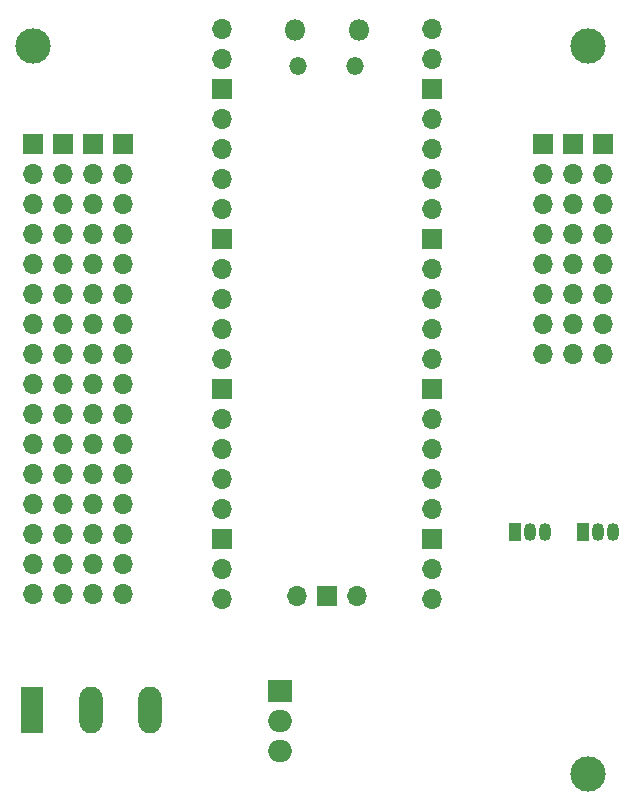
<source format=gbs>
G04 #@! TF.GenerationSoftware,KiCad,Pcbnew,8.0.7*
G04 #@! TF.CreationDate,2025-01-17T18:29:13+11:00*
G04 #@! TF.ProjectId,MQTTDecoderExpansionBoard,4d515454-4465-4636-9f64-657245787061,A*
G04 #@! TF.SameCoordinates,Original*
G04 #@! TF.FileFunction,Soldermask,Bot*
G04 #@! TF.FilePolarity,Negative*
%FSLAX46Y46*%
G04 Gerber Fmt 4.6, Leading zero omitted, Abs format (unit mm)*
G04 Created by KiCad (PCBNEW 8.0.7) date 2025-01-17 18:29:13*
%MOMM*%
%LPD*%
G01*
G04 APERTURE LIST*
%ADD10R,1.700000X1.700000*%
%ADD11O,1.700000X1.700000*%
%ADD12O,1.800000X1.800000*%
%ADD13O,1.500000X1.500000*%
%ADD14R,1.050000X1.500000*%
%ADD15O,1.050000X1.500000*%
%ADD16R,2.000000X1.905000*%
%ADD17O,2.000000X1.905000*%
%ADD18C,3.000000*%
%ADD19R,1.980000X3.960000*%
%ADD20O,1.980000X3.960000*%
G04 APERTURE END LIST*
D10*
X120650000Y-54610000D03*
D11*
X120650000Y-57150000D03*
X120650000Y-59690000D03*
X120650000Y-62230000D03*
X120650000Y-64770000D03*
X120650000Y-67310000D03*
X120650000Y-69850000D03*
X120650000Y-72390000D03*
X120650000Y-74930000D03*
X120650000Y-77470000D03*
X120650000Y-80010000D03*
X120650000Y-82550000D03*
X120650000Y-85090000D03*
X120650000Y-87630000D03*
X120650000Y-90170000D03*
X120650000Y-92710000D03*
D12*
X140275000Y-45000000D03*
D13*
X140575000Y-48030000D03*
X145425000Y-48030000D03*
D12*
X145725000Y-45000000D03*
D11*
X134110000Y-44870000D03*
X134110000Y-47410000D03*
D10*
X134110000Y-49950000D03*
D11*
X134110000Y-52490000D03*
X134110000Y-55030000D03*
X134110000Y-57570000D03*
X134110000Y-60110000D03*
D10*
X134110000Y-62650000D03*
D11*
X134110000Y-65190000D03*
X134110000Y-67730000D03*
X134110000Y-70270000D03*
X134110000Y-72810000D03*
D10*
X134110000Y-75350000D03*
D11*
X134110000Y-77890000D03*
X134110000Y-80430000D03*
X134110000Y-82970000D03*
X134110000Y-85510000D03*
D10*
X134110000Y-88050000D03*
D11*
X134110000Y-90590000D03*
X134110000Y-93130000D03*
X151890000Y-93130000D03*
X151890000Y-90590000D03*
D10*
X151890000Y-88050000D03*
D11*
X151890000Y-85510000D03*
X151890000Y-82970000D03*
X151890000Y-80430000D03*
X151890000Y-77890000D03*
D10*
X151890000Y-75350000D03*
D11*
X151890000Y-72810000D03*
X151890000Y-70270000D03*
X151890000Y-67730000D03*
X151890000Y-65190000D03*
D10*
X151890000Y-62650000D03*
D11*
X151890000Y-60110000D03*
X151890000Y-57570000D03*
X151890000Y-55030000D03*
X151890000Y-52490000D03*
D10*
X151890000Y-49950000D03*
D11*
X151890000Y-47410000D03*
X151890000Y-44870000D03*
X140460000Y-92900000D03*
D10*
X143000000Y-92900000D03*
D11*
X145540000Y-92900000D03*
D14*
X164730000Y-87500000D03*
D15*
X166000000Y-87500000D03*
X167270000Y-87500000D03*
D10*
X118110000Y-54610000D03*
D11*
X118110000Y-57150000D03*
X118110000Y-59690000D03*
X118110000Y-62230000D03*
X118110000Y-64770000D03*
X118110000Y-67310000D03*
X118110000Y-69850000D03*
X118110000Y-72390000D03*
X118110000Y-74930000D03*
X118110000Y-77470000D03*
X118110000Y-80010000D03*
X118110000Y-82550000D03*
X118110000Y-85090000D03*
X118110000Y-87630000D03*
X118110000Y-90170000D03*
X118110000Y-92710000D03*
D16*
X139000000Y-100960000D03*
D17*
X139000000Y-103500000D03*
X139000000Y-106040000D03*
D18*
X165100000Y-46355000D03*
D10*
X161270000Y-54610000D03*
D11*
X161270000Y-57150000D03*
X161270000Y-59690000D03*
X161270000Y-62230000D03*
X161270000Y-64770000D03*
X161270000Y-67310000D03*
X161270000Y-69850000D03*
X161270000Y-72390000D03*
D18*
X165100000Y-107950000D03*
D10*
X123190000Y-54610000D03*
D11*
X123190000Y-57150000D03*
X123190000Y-59690000D03*
X123190000Y-62230000D03*
X123190000Y-64770000D03*
X123190000Y-67310000D03*
X123190000Y-69850000D03*
X123190000Y-72390000D03*
X123190000Y-74930000D03*
X123190000Y-77470000D03*
X123190000Y-80010000D03*
X123190000Y-82550000D03*
X123190000Y-85090000D03*
X123190000Y-87630000D03*
X123190000Y-90170000D03*
X123190000Y-92710000D03*
D19*
X118000000Y-102500000D03*
D20*
X123000000Y-102500000D03*
X128000000Y-102500000D03*
D18*
X118110000Y-46355000D03*
D10*
X163830000Y-54610000D03*
D11*
X163830000Y-57150000D03*
X163830000Y-59690000D03*
X163830000Y-62230000D03*
X163830000Y-64770000D03*
X163830000Y-67310000D03*
X163830000Y-69850000D03*
X163830000Y-72390000D03*
D10*
X166370000Y-54610000D03*
D11*
X166370000Y-57150000D03*
X166370000Y-59690000D03*
X166370000Y-62230000D03*
X166370000Y-64770000D03*
X166370000Y-67310000D03*
X166370000Y-69850000D03*
X166370000Y-72390000D03*
D14*
X158960000Y-87500000D03*
D15*
X160230000Y-87500000D03*
X161500000Y-87500000D03*
D10*
X125730000Y-54610000D03*
D11*
X125730000Y-57150000D03*
X125730000Y-59690000D03*
X125730000Y-62230000D03*
X125730000Y-64770000D03*
X125730000Y-67310000D03*
X125730000Y-69850000D03*
X125730000Y-72390000D03*
X125730000Y-74930000D03*
X125730000Y-77470000D03*
X125730000Y-80010000D03*
X125730000Y-82550000D03*
X125730000Y-85090000D03*
X125730000Y-87630000D03*
X125730000Y-90170000D03*
X125730000Y-92710000D03*
M02*

</source>
